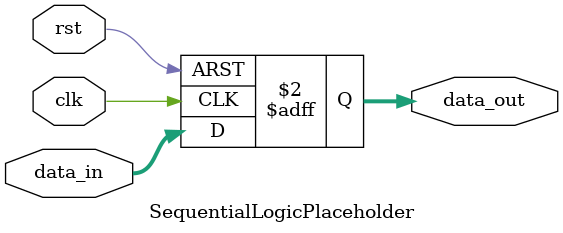
<source format=sv>
module SequentialLogicPlaceholder (
    input logic rst,
    input logic [15:0] data_in,
    output logic [15:0] data_out,
    input logic clk
);
    always_ff @(posedge clk or posedge rst) begin
        if (rst) begin
            data_out <= 16'h0;
        end else begin
            data_out <= data_in;
        end
    end
endmodule


</source>
